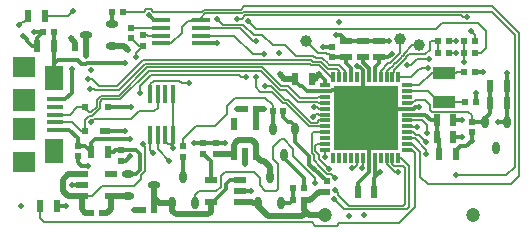
<source format=gbl>
G04 ================== begin FILE IDENTIFICATION RECORD ==================*
G04 Layout Name:  transponderRC2_4-10.brd*
G04 Film Name:    4_BOTTOM*
G04 File Format:  Gerber RS274X*
G04 File Origin:  Cadence Allegro 17.2-S042*
G04 Origin Date:  Fri Nov 23 21:07:11 2018*
G04 *
G04 Layer:  VIA CLASS/BOTTOM*
G04 Layer:  PIN/BOTTOM*
G04 Layer:  ETCH/BOTTOM*
G04 *
G04 Offset:    (0.0000 0.0000)*
G04 Mirror:    No*
G04 Mode:      Positive*
G04 Rotation:  0*
G04 FullContactRelief:  No*
G04 UndefLineWidth:     0.1500*
G04 ================== end FILE IDENTIFICATION RECORD ====================*
%FSAX55Y55*MOMM*%
%IR0*IPPOS*OFA0.00000B0.00000*MIA0B0*SFA1.00000B1.00000*%
%ADD23O,.6X1.1*%
%ADD18O,1.1X.6*%
%ADD31R,1.X.6*%
%ADD10R,.6X1.*%
%ADD17R,1.35X.4*%
%ADD21R,.3X1.55*%
%ADD24C,.1*%
%ADD22R,1.55X.3*%
%ADD11C,.5*%
%ADD14R,.6X.6*%
%ADD16R,1.0922X.6096*%
%ADD25R,.6096X1.0922*%
%ADD15R,1.6X2.1*%
%ADD32R,1.9X1.1*%
%ADD28C,1.*%
%ADD26C,1.2*%
%ADD20R,.5X.6*%
%ADD30R,5.4X5.4*%
%ADD12R,1.9X1.8*%
%ADD13R,1.9X1.9*%
%ADD29R,.3X.85*%
%ADD19R,.9X.6*%
%ADD27R,.85X.3*%
%ADD33C,.3*%
%ADD34C,.15*%
G75*
%LPD*%
G75*
G54D10*
X0000290000Y0000230000D03*
X0000265000Y0001580000D03*
X0000185000Y0001835000D03*
X0000325000Y0001835000D03*
X0000430000Y0000230000D03*
X0000405000Y0001580000D03*
X0000720000Y0000685000D03*
X0000860000Y0000685000D03*
X0002445000Y0001305000D03*
X0002585000Y0001305000D03*
X0002975000Y0000345000D03*
X0003115000Y0000345000D03*
X0003645000Y0000950000D03*
X0003645000Y0000810000D03*
X0003665000Y0000670000D03*
X0003785000Y0000950000D03*
X0003785000Y0000810000D03*
X0003805000Y0000670000D03*
X0004240000Y0001100000D03*
X0004100000Y0001100000D03*
X0004240000Y0001245000D03*
X0004100000Y0001245000D03*
G54D20*
X0000670000Y0000860000D03*
X0000670000Y0001060000D03*
X0000860000Y0001060000D03*
G54D11*
G01X0000720000Y0000170000D02*
X0000670000Y0000170000D01*
X0000640000Y0000200000D01*
X0000640000Y0000310000D01*
G01X0000525000Y0000495000D02*
X0000527960Y0000497960D01*
X0000640000Y0000497960D01*
G01X0000525000Y0000495000D02*
X0000480000Y0000450000D01*
X0000480000Y0000350000D01*
X0000520000Y0000310000D01*
X0000640000Y0000310000D01*
G01X0000585000Y0001560000D02*
X0000585000Y0001610000D01*
X0000550000Y0001645000D01*
G01X0000810000Y0000170000D02*
X0000855000Y0000170000D01*
X0000885000Y0000200000D01*
X0000885000Y0000306080D01*
X0000888920Y0000310000D01*
G01X0001030000Y0000310000D02*
X0000888920Y0000310000D01*
G01X0000895000Y0001580000D02*
X0001000000Y0001580000D01*
X0001030000Y0001550000D01*
G01X0000675000Y0001675000D02*
X0000675000Y0001560000D01*
G01X0000675000Y0001560000D02*
X0000675000Y0001495000D01*
G01X0001160000Y0000195000D02*
X0001085000Y0000195000D01*
G01X0001405000Y0000255000D02*
X0001295000Y0000255000D01*
X0001250000Y0000300000D01*
G01X0001250000Y0000300000D02*
X0001250000Y0000195000D01*
G01X0001250000Y0000300000D02*
X0001250000Y0000405000D01*
G01X0001731080Y0000257040D02*
X0001731080Y0000211560D01*
X0001731220Y0000211420D01*
X0001731220Y0000176220D01*
X0001710000Y0000155000D01*
X0001435000Y0000155000D01*
X0001405000Y0000185000D01*
X0001405000Y0000255000D01*
G01X0001980000Y0000257040D02*
X0002082960Y0000257040D01*
X0002090000Y0000250000D01*
X0002135000Y0000250000D01*
G01X0002021020Y0000670000D02*
X0002021020Y0000581020D01*
G01X0001775000Y0000670000D02*
X0001927040Y0000670000D01*
G01X0002115000Y0000670000D02*
X0002115000Y0000750000D01*
X0002080000Y0000785000D01*
X0002008060Y0000785000D01*
G01X0002008060Y0000785000D02*
X0001965000Y0000785000D01*
X0001935000Y0000755000D01*
X0001935000Y0000747570D01*
X0001927040Y0000739610D01*
X0001927040Y0000670000D01*
G01X0002025000Y0001050000D02*
X0001950000Y0001050000D01*
G01X0002535000Y0000175000D02*
X0002505000Y0000145000D01*
X0002215000Y0000145000D01*
X0002135000Y0000225000D01*
X0002135000Y0000250000D01*
G01X0002230000Y0000470000D02*
X0002230000Y0000555000D01*
X0002180220Y0000604780D01*
X0002156090Y0000604780D01*
X0002115000Y0000645870D01*
X0002115000Y0000670000D01*
G01X0002115000Y0000918920D02*
X0002115000Y0001050000D01*
G01X0002445000Y0001305000D02*
X0002355000Y0001305000D01*
X0002320000Y0001340000D01*
G01X0002115000Y0001050000D02*
X0002185000Y0001050000D01*
G01X0002715000Y0000345000D02*
X0002645000Y0000345000D01*
X0002575000Y0000275000D01*
X0002520000Y0000275000D01*
G01X0002520000Y0000275000D02*
X0002520000Y0000190000D01*
X0002535000Y0000175000D01*
G01X0002535000Y0000175000D02*
X0002560000Y0000150000D01*
X0002700000Y0000150000D01*
G01X0002585000Y0001305000D02*
X0002612990Y0001305000D01*
X0002650220Y0001342230D01*
X0000125000Y0000230000D03*
X0000235000Y0001700000D03*
X0000145000Y0001667500D03*
X0000110000Y0001755000D03*
X0000510000Y0000230000D03*
X0000553980Y0000403980D03*
X0000525000Y0000495000D03*
X0000555000Y0001382500D03*
X0000550000Y0001645000D03*
X0000565000Y0001880000D03*
X0000690000Y0000568440D03*
X0000720000Y0000937500D03*
X0000711770Y0001219810D03*
X0000693950Y0001297810D03*
X0000715000Y0001375000D03*
X0000675000Y0001495000D03*
X0001085000Y0000195000D03*
X0001052500Y0000645000D03*
X0001240000Y0000675000D03*
X0001155000Y0000750000D03*
X0001005000Y0000860000D03*
X0001050000Y0000790000D03*
X0001130000Y0001185000D03*
X0001060000Y0001060000D03*
X0001030000Y0001550000D03*
X0001100000Y0001485000D03*
X0001005000Y0001435000D03*
X0001205000Y0001845000D03*
X0001380000Y0000610000D03*
X0001590000Y0000760000D03*
X0001412500Y0000717500D03*
X0001545000Y0001265000D03*
X0002021020Y0000581020D03*
X0001852500Y0000760000D03*
X0002008060Y0000788060D03*
X0001950000Y0001050000D03*
X0001782500Y0001602500D03*
X0001950000Y0001810000D03*
X0001785000Y0001810000D03*
X0002076020Y0000351020D03*
X0002185000Y0001050000D03*
X0002195000Y0001245000D03*
X0002320000Y0001340000D03*
X0002310000Y0001525000D03*
X0002030000Y0001317500D03*
X0002115000Y0001315000D03*
X0002115000Y0001620000D03*
X0002180000Y0001510000D03*
X0002045000Y0001795000D03*
X0002610000Y0000540000D03*
X0002615000Y0000420000D03*
X0002700000Y0000640000D03*
X0002600000Y0000980000D03*
X0002605700Y0001059800D03*
X0002650220Y0001342230D03*
X0002680000Y0001575000D03*
X0003032000Y0000150000D03*
X0002902500Y0000145000D03*
X0002777890Y0000281570D03*
X0002736090Y0000541090D03*
X0002786470Y0000361110D03*
X0002785680Y0000458710D03*
X0003010000Y0000545000D03*
X0002925000Y0000547500D03*
X0002805000Y0000735000D03*
X0002810000Y0001210000D03*
X0002974230Y0001409490D03*
X0002795000Y0001670000D03*
X0002815000Y0001785000D03*
X0003167500Y0000517500D03*
X0003321340Y0000517500D03*
X0003275000Y0000745000D03*
X0003275000Y0001205000D03*
X0003245000Y0001625000D03*
X0003265000Y0001515000D03*
X0003392500Y0001420000D03*
X0003476410Y0000898590D03*
X0003558630Y0000767780D03*
X0003555000Y0000670000D03*
X0003563530Y0000847640D03*
X0003491500Y0001060000D03*
X0003580000Y0001470000D03*
X0003568850Y0001390780D03*
X0003805000Y0000485000D03*
X0003855000Y0000950000D03*
X0003860000Y0000810000D03*
X0003940000Y0000775000D03*
X0003975000Y0001180000D03*
X0004040000Y0001360000D03*
X0003810000Y0001625000D03*
X0003810000Y0001525000D03*
X0003880000Y0001445000D03*
X0003935000Y0001710000D03*
X0003900000Y0001825000D03*
X0004160000Y0000940000D03*
X0004240000Y0001350000D03*
G54D12*
X0000150000Y0000600000D03*
X0000150000Y0001400000D03*
G54D30*
X0003045000Y0000975000D03*
G54D21*
X0001217500Y0000830000D03*
X0001282500Y0000830000D03*
X0001282500Y0001170000D03*
X0001217500Y0001170000D03*
X0001347500Y0000830000D03*
X0001412500Y0000830000D03*
X0001412500Y0001170000D03*
X0001347500Y0001170000D03*
G54D13*
X0000150000Y0000880000D03*
X0000150000Y0001120000D03*
G54D22*
X0001310000Y0001602500D03*
X0001310000Y0001797500D03*
X0001310000Y0001732500D03*
X0001310000Y0001667500D03*
X0001650000Y0001602500D03*
X0001650000Y0001667500D03*
X0001650000Y0001732500D03*
X0001650000Y0001797500D03*
G54D31*
X0003020000Y0001625000D03*
X0003020000Y0001485000D03*
X0002880000Y0001625000D03*
X0002880000Y0001485000D03*
X0003160000Y0001625000D03*
X0003160000Y0001485000D03*
G54D32*
X0003705000Y0001105000D03*
X0003705000Y0001355000D03*
G54D14*
X0000315000Y0001700000D03*
X0000605000Y0000645000D03*
X0000605000Y0000735000D03*
X0000585000Y0001560000D03*
X0000405000Y0001700000D03*
X0000720000Y0000170000D03*
X0000810000Y0000170000D03*
X0000970000Y0000610000D03*
X0000970000Y0000700000D03*
X0000675000Y0001560000D03*
X0000895000Y0001870000D03*
X0000985000Y0001870000D03*
X0001160000Y0000195000D03*
X0001250000Y0000195000D03*
X0001060000Y0001645000D03*
X0001160000Y0001580000D03*
X0001060000Y0001735000D03*
X0001160000Y0001670000D03*
X0001500000Y0000640000D03*
X0001670000Y0000760000D03*
X0001670000Y0000670000D03*
X0001500000Y0000730000D03*
X0001775000Y0000760000D03*
X0001775000Y0000670000D03*
X0002025000Y0001050000D03*
X0002255000Y0001030000D03*
X0002345000Y0001030000D03*
X0002115000Y0001050000D03*
X0002430000Y0000275000D03*
X0002520000Y0000275000D03*
X0002715000Y0000435000D03*
X0002715000Y0000345000D03*
X0002430000Y0000380000D03*
X0002520000Y0000380000D03*
X0002760000Y0001485000D03*
X0002760000Y0001575000D03*
X0003745000Y0001525000D03*
X0003655000Y0001525000D03*
X0003655000Y0001625000D03*
X0003745000Y0001625000D03*
X0003940000Y0000940000D03*
X0003940000Y0000850000D03*
X0003885000Y0001105000D03*
X0003975000Y0001105000D03*
X0003880000Y0001360000D03*
X0003970000Y0001360000D03*
X0003970000Y0001525000D03*
X0003880000Y0001525000D03*
X0003880000Y0001625000D03*
X0003970000Y0001625000D03*
G54D23*
X0001595000Y0000255000D03*
X0001405000Y0000255000D03*
X0001500000Y0000475000D03*
X0002325000Y0000250000D03*
X0002135000Y0000250000D03*
X0002230000Y0000470000D03*
X0002350000Y0000660000D03*
X0002255000Y0000880000D03*
X0002445000Y0000880000D03*
X0004050000Y0000940000D03*
X0004240000Y0000940000D03*
X0004145000Y0000720000D03*
G54D33*
G01X0000265000Y0001580000D02*
X0000220000Y0001580000D01*
X0000173290Y0001626710D01*
X0000173290Y0001639210D01*
X0000145000Y0001667500D01*
G01X0000265000Y0001580000D02*
X0000265000Y0001650000D01*
X0000315000Y0001700000D01*
G01X0000315000Y0001700000D02*
X0000235000Y0001700000D01*
G01X0000510000Y0000230000D02*
X0000430000Y0000230000D01*
G01X0000640000Y0000403980D02*
X0000553980Y0000403980D01*
G01X0000605000Y0000645000D02*
X0000605000Y0000600000D01*
X0000636560Y0000568440D01*
X0000690000Y0000568440D01*
G01X0000605000Y0000735000D02*
X0000605000Y0000800000D01*
X0000535000Y0000870000D01*
X0000417500Y0000870000D01*
G01X0000605000Y0000735000D02*
X0000670000Y0000735000D01*
X0000720000Y0000685000D01*
G01X0000555000Y0001382500D02*
X0000555000Y0001185000D01*
X0000500000Y0001130000D01*
X0000417500Y0001130000D01*
G01X0000405000Y0001580000D02*
X0000405000Y0001430000D01*
G01X0000405000Y0001700000D02*
X0000405000Y0001580000D01*
G01X0000405000Y0001310000D02*
X0000405000Y0001430000D01*
G01X0001005000Y0001435000D02*
X0000685000Y0001435000D01*
X0000678710Y0001428710D01*
X0000636290Y0001428710D01*
X0000605000Y0001460000D01*
X0000435000Y0001460000D01*
X0000405000Y0001430000D01*
G01X0000970000Y0000610000D02*
X0001017500Y0000610000D01*
X0001052500Y0000645000D01*
G01X0000860000Y0000685000D02*
X0000910000Y0000685000D01*
X0000925000Y0000700000D01*
X0000970000Y0000700000D01*
G01X0000970000Y0000700000D02*
X0001100000Y0000700000D01*
X0001130000Y0000670000D01*
X0001130000Y0000530000D01*
X0001100000Y0000500000D01*
X0001030000Y0000500000D01*
G01X0000840000Y0000860000D02*
X0001005000Y0000860000D01*
G01X0001050000Y0000790000D02*
X0000750000Y0000790000D01*
X0000720000Y0000760000D01*
X0000720000Y0000685000D01*
G01X0000860000Y0001060000D02*
X0001060000Y0001060000D01*
G01X0000895000Y0001770000D02*
X0000895000Y0001870000D01*
G01X0001310000Y0001797500D02*
X0001252500Y0001797500D01*
X0001205000Y0001845000D01*
G01X0001315000Y0001797500D02*
X0001310000Y0001797500D01*
G01X0001500000Y0000640000D02*
X0001500000Y0000475000D01*
G01X0001670000Y0000760000D02*
X0001590000Y0000760000D01*
G01X0001670000Y0000760000D02*
X0001775000Y0000760000D01*
G01X0001670000Y0000670000D02*
X0001731080Y0000608920D01*
X0001731080Y0000445000D01*
G01X0001650000Y0001602500D02*
X0001782500Y0001602500D01*
G01X0001980000Y0000445000D02*
X0001895000Y0000445000D01*
X0001865000Y0000415000D01*
X0001865000Y0000366830D01*
X0001755210Y0000257040D01*
X0001731080Y0000257040D01*
G01X0001980000Y0000351020D02*
X0002076020Y0000351020D01*
G01X0001775000Y0000760000D02*
X0001852500Y0000760000D01*
G01X0002325000Y0000250000D02*
X0002405000Y0000250000D01*
X0002430000Y0000275000D01*
G01X0002255000Y0001030000D02*
X0002255000Y0000880000D01*
G01X0002520000Y0000380000D02*
X0002520000Y0000465000D01*
X0002350000Y0000635000D01*
X0002350000Y0000660000D01*
G01X0002345000Y0001030000D02*
X0002345000Y0000980000D01*
X0002388180Y0000936820D01*
X0002413180Y0000936820D01*
X0002445000Y0000905000D01*
X0002445000Y0000880000D01*
G01X0002430000Y0000275000D02*
X0002430000Y0000380000D01*
G01X0002715000Y0000435000D02*
X0002610000Y0000540000D01*
G01X0002610000Y0000540000D02*
X0002605000Y0000545000D01*
X0002595010Y0000545000D01*
X0002565000Y0000575010D01*
X0002565000Y0000645000D01*
X0002445000Y0000765000D01*
X0002445000Y0000880000D01*
G01X0002700000Y0001200000D02*
X0002550000Y0001200000D01*
X0002505610Y0001244390D01*
X0002485610Y0001244390D01*
X0002445000Y0001285000D01*
X0002445000Y0001305000D01*
G01X0002650220Y0001342230D02*
X0002700000Y0001292450D01*
X0002700000Y0001250000D01*
G01X0002760000Y0001575000D02*
X0002680000Y0001575000D01*
G01X0002720000Y0000430000D02*
X0002715000Y0000435000D01*
G01X0002975000Y0000345000D02*
X0002975000Y0000420000D01*
X0003070000Y0000515000D01*
X0003070000Y0000630000D01*
G01X0003390000Y0001050000D02*
X0003120000Y0001050000D01*
X0003045000Y0000975000D01*
G01X0003070000Y0000630000D02*
X0003070000Y0000950000D01*
X0003045000Y0000975000D01*
G01X0002810000Y0001210000D02*
X0002760000Y0001210000D01*
X0002750000Y0001200000D01*
X0002700000Y0001200000D01*
G01X0003020000Y0001145000D02*
X0003020000Y0001320000D01*
G01X0002795000Y0001670000D02*
X0002835000Y0001670000D01*
X0002880000Y0001625000D01*
G01X0003020000Y0001625000D02*
X0002880000Y0001625000D01*
G01X0003020000Y0001625000D02*
X0003160000Y0001625000D01*
G01X0002974230Y0001409490D02*
X0002983720Y0001400000D01*
X0002996360Y0001400000D01*
X0003020000Y0001376360D01*
X0003020000Y0001320000D01*
G01X0003070000Y0001320000D02*
X0003070000Y0001390000D01*
X0003020000Y0001440000D01*
X0003020000Y0001485000D01*
G01X0002920000Y0001320000D02*
X0002920000Y0001395000D01*
X0002880000Y0001435000D01*
X0002880000Y0001485000D01*
G01X0002760000Y0001485000D02*
X0002880000Y0001485000D01*
G01X0003115000Y0000345000D02*
X0003115000Y0000465000D01*
X0003120000Y0000470000D01*
G01X0003120000Y0000470000D02*
X0003120000Y0000630000D01*
G01X0003120000Y0000470000D02*
X0003167500Y0000517500D01*
G01X0003160000Y0001625000D02*
X0003245000Y0001625000D01*
G01X0003120000Y0001320000D02*
X0003120000Y0001400000D01*
X0003160000Y0001440000D01*
X0003160000Y0001485000D01*
G01X0003160000Y0001485000D02*
X0003235000Y0001485000D01*
X0003265000Y0001515000D01*
G01X0003645000Y0000810000D02*
X0003645000Y0000950000D01*
G01X0003665000Y0000670000D02*
X0003665000Y0000790000D01*
X0003645000Y0000810000D01*
G01X0003390000Y0001000000D02*
X0003550000Y0001000000D01*
X0003600000Y0000950000D01*
X0003645000Y0000950000D01*
G01X0003390000Y0001050000D02*
X0003449000Y0001050000D01*
X0003459000Y0001060000D01*
X0003491500Y0001060000D01*
G01X0003785000Y0000950000D02*
X0003855000Y0000950000D01*
G01X0003785000Y0000810000D02*
X0003860000Y0000810000D01*
G01X0003940000Y0000850000D02*
X0003940000Y0000775000D01*
G01X0003805000Y0000670000D02*
X0003805000Y0000690000D01*
X0003845610Y0000730610D01*
X0003895610Y0000730610D01*
X0003940000Y0000775000D01*
G01X0004100000Y0001100000D02*
X0004100000Y0001015000D01*
X0004050000Y0000965000D01*
X0004050000Y0000940000D01*
G01X0003940000Y0000940000D02*
X0004050000Y0000940000D01*
G01X0003975000Y0001105000D02*
X0003975000Y0001180000D01*
G01X0003970000Y0001360000D02*
X0004040000Y0001360000D01*
G01X0004240000Y0000940000D02*
X0004240000Y0001100000D01*
G01X0004240000Y0000940000D02*
X0004160000Y0000940000D01*
G01X0004240000Y0001245000D02*
X0004240000Y0001100000D01*
G01X0004240000Y0001245000D02*
X0004240000Y0001350000D01*
G01X0004100000Y0001100000D02*
X0004100000Y0001245000D01*
G54D15*
X0000405000Y0000690000D03*
X0000405000Y0001310000D03*
G54D24*
X0001680000Y0001080000D03*
G54D34*
G01X0000290000Y0000230000D02*
X0000290000Y0000120000D01*
X0000320000Y0000090000D01*
X0002585000Y0000090000D01*
X0002615000Y0000060000D01*
X0002800000Y0000060000D01*
X0002820000Y0000080000D01*
X0003330000Y0000080000D01*
X0003465000Y0000215000D01*
X0003465000Y0000675000D01*
X0003440000Y0000700000D01*
X0003390000Y0000700000D01*
G01X0000110000Y0001755000D02*
X0000134690Y0001779690D01*
X0000149690Y0001779690D01*
X0000185000Y0001815000D01*
X0000185000Y0001835000D01*
G01X0000670000Y0000860000D02*
X0000635000Y0000860000D01*
X0000560000Y0000935000D01*
X0000417500Y0000935000D01*
G01X0000670000Y0001060000D02*
X0000602500Y0001060000D01*
X0000542500Y0001000000D01*
X0000417500Y0001000000D01*
G01X0000565000Y0001880000D02*
X0000520000Y0001835000D01*
X0000325000Y0001835000D01*
G01X0001155000Y0000750000D02*
X0001177990Y0000727010D01*
X0001177990Y0000524950D01*
X0001145000Y0000491960D01*
X0001145000Y0000455000D01*
X0001085000Y0000395000D01*
X0000810000Y0000395000D01*
X0000725000Y0000310000D01*
X0000640000Y0000310000D01*
G01X0002700000Y0001100000D02*
X0002645000Y0001100000D01*
X0002635000Y0001110000D01*
X0002472570Y0001110000D01*
X0002372570Y0001210000D01*
X0002317570Y0001210000D01*
X0002157570Y0001370000D01*
X0001207430Y0001370000D01*
X0000967430Y0001130000D01*
X0000815000Y0001130000D01*
X0000795000Y0001110000D01*
X0000795000Y0001055000D01*
X0000730000Y0000990000D01*
X0000705320Y0000990000D01*
X0000670000Y0000954680D01*
X0000670000Y0000860000D01*
G01X0000720000Y0000937500D02*
X0000742990Y0000960490D01*
X0001055490Y0000960490D01*
X0001125000Y0001030000D01*
X0001255000Y0001030000D01*
X0001282500Y0001057500D01*
X0001282500Y0001170000D01*
G01X0002700000Y0001150000D02*
X0002645000Y0001150000D01*
X0002635000Y0001140000D01*
X0002485000Y0001140000D01*
X0002385000Y0001240000D01*
X0002330000Y0001240000D01*
X0002170000Y0001400000D01*
X0001195000Y0001400000D01*
X0000955000Y0001160000D01*
X0000802570Y0001160000D01*
X0000765000Y0001122430D01*
X0000765000Y0001067430D01*
X0000717570Y0001020000D01*
X0000699990Y0001020000D01*
X0000670000Y0001049990D01*
X0000670000Y0001060000D01*
G01X0000711770Y0001219810D02*
X0000744270Y0001219810D01*
X0000754080Y0001210000D01*
X0000952430Y0001210000D01*
X0001172430Y0001430000D01*
X0002569530Y0001430000D01*
X0002582030Y0001417500D01*
X0002650000Y0001417500D01*
X0002747500Y0001320000D01*
X0002770000Y0001320000D01*
G01X0000693950Y0001297810D02*
X0000726450Y0001297810D01*
X0000784260Y0001240000D01*
X0000940000Y0001240000D01*
X0001160000Y0001460000D01*
X0002581960Y0001460000D01*
X0002594460Y0001447500D01*
X0002662430Y0001447500D01*
X0002724930Y0001385000D01*
X0002805000Y0001385000D01*
X0002820000Y0001370000D01*
X0002820000Y0001320000D01*
G01X0001217500Y0000830000D02*
X0001217500Y0000697500D01*
X0001240000Y0000675000D01*
G01X0001282500Y0000830000D02*
X0001282500Y0000707500D01*
X0001380000Y0000610000D01*
G01X0002030000Y0001317500D02*
X0001997500Y0001317500D01*
X0001995000Y0001320000D01*
X0001990000Y0001320000D01*
X0001975000Y0001335000D01*
X0001222430Y0001335000D01*
X0001130000Y0001242570D01*
X0001130000Y0001185000D01*
G01X0001217500Y0001170000D02*
X0001217500Y0001255000D01*
X0001247500Y0001285000D01*
X0001465000Y0001285000D01*
X0001485000Y0001265000D01*
X0001545000Y0001265000D01*
G01X0001650000Y0001797500D02*
X0001565000Y0001797500D01*
X0001562500Y0001795000D01*
X0001540000Y0001795000D01*
X0001485000Y0001740000D01*
X0001485000Y0001692500D01*
X0001395000Y0001602500D01*
X0001310000Y0001602500D01*
G01X0001160000Y0001580000D02*
X0001125000Y0001580000D01*
X0001060000Y0001645000D01*
G01X0001160000Y0001580000D02*
X0001100000Y0001520000D01*
X0001100000Y0001485000D01*
G01X0003390000Y0000750000D02*
X0003435000Y0000750000D01*
X0003505000Y0000680000D01*
X0003505000Y0000475000D01*
X0003570000Y0000410000D01*
X0004270000Y0000410000D01*
X0004340000Y0000480000D01*
X0004340000Y0001690000D01*
X0004280000Y0001750000D01*
X0004280000Y0001752430D01*
X0004117430Y0001915000D01*
X0002012960Y0001915000D01*
X0001985460Y0001887500D01*
X0001675070Y0001887500D01*
X0001657570Y0001870000D01*
X0001247180Y0001870000D01*
X0001224680Y0001892500D01*
X0001185320Y0001892500D01*
X0001162820Y0001870000D01*
X0000985000Y0001870000D01*
G01X0001315000Y0001667500D02*
X0001310000Y0001667500D01*
G01X0001310000Y0001667500D02*
X0001200000Y0001667500D01*
X0001197500Y0001670000D01*
X0001160000Y0001670000D01*
G01X0001315000Y0001732500D02*
X0001310000Y0001732500D01*
G01X0001310000Y0001732500D02*
X0001100000Y0001732500D01*
X0001097500Y0001735000D01*
X0001060000Y0001735000D01*
G01X0001595000Y0000255000D02*
X0001595000Y0000317500D01*
X0001632500Y0000355000D01*
X0001780000Y0000355000D01*
X0001815000Y0000390000D01*
X0001815000Y0000480000D01*
X0001850000Y0000515000D01*
X0002095000Y0000515000D01*
X0002145000Y0000465000D01*
X0002145000Y0000402500D01*
X0002192500Y0000355000D01*
X0002282500Y0000355000D01*
X0002297500Y0000370000D01*
X0002297500Y0000582500D01*
X0002260000Y0000620000D01*
X0002260000Y0000725000D01*
X0002325000Y0000790000D01*
X0002350000Y0000790000D01*
X0002430000Y0000710000D01*
X0002430000Y0000645000D01*
X0002615000Y0000460000D01*
X0002615000Y0000420000D01*
G01X0001412500Y0000830000D02*
X0001412500Y0000717500D01*
G01X0001347500Y0000830000D02*
X0001347500Y0000767500D01*
X0001367810Y0000747190D01*
X0001382810Y0000747190D01*
X0001412500Y0000717500D01*
G01X0001412500Y0000830000D02*
X0001412500Y0001170000D01*
G01X0001500000Y0000730000D02*
X0001500000Y0000792500D01*
X0001607500Y0000900000D01*
X0001765010Y0000900000D01*
X0001870000Y0001004990D01*
X0001870000Y0001070000D01*
X0001940000Y0001140000D01*
X0002195000Y0001140000D01*
X0002255000Y0001080000D01*
X0002255000Y0001030000D01*
G01X0003805000Y0000485000D02*
X0004235000Y0000485000D01*
X0004310000Y0000560000D01*
X0004310000Y0001677570D01*
X0004115070Y0001872500D01*
X0002012890Y0001872500D01*
X0001997890Y0001857500D01*
X0001687500Y0001857500D01*
X0001650000Y0001820000D01*
X0001650000Y0001797500D01*
G01X0001650000Y0001732500D02*
X0001977500Y0001732500D01*
X0002090000Y0001620000D01*
X0002115000Y0001620000D01*
G01X0001650000Y0001667500D02*
X0001932500Y0001667500D01*
X0002090000Y0001510000D01*
X0002180000Y0001510000D01*
G01X0003900000Y0001825000D02*
X0003867500Y0001825000D01*
X0003850000Y0001842500D01*
X0002025320Y0001842500D01*
X0001992820Y0001810000D01*
X0001950000Y0001810000D01*
G01X0001785000Y0001810000D02*
X0001832500Y0001762500D01*
X0002007500Y0001762500D01*
X0002095000Y0001675000D01*
X0002170000Y0001675000D01*
X0002255000Y0001590000D01*
X0002360000Y0001590000D01*
X0002450000Y0001500000D01*
X0002600000Y0001500000D01*
X0002622500Y0001477500D01*
X0002674860Y0001477500D01*
X0002682360Y0001470000D01*
X0002683180Y0001470000D01*
X0002720680Y0001432500D01*
X0002722500Y0001432500D01*
X0002735000Y0001420000D01*
X0002820000Y0001420000D01*
X0002870000Y0001370000D01*
X0002870000Y0001320000D01*
G01X0002008060Y0000785000D02*
X0002008060Y0000788060D01*
G01X0002115000Y0001315000D02*
X0002115000Y0001230000D01*
X0002150000Y0001195000D01*
X0002247570Y0001195000D01*
X0002347570Y0001095000D01*
X0002372570Y0001095000D01*
X0002567570Y0000900000D01*
X0002700000Y0000900000D01*
G01X0002195000Y0001245000D02*
X0002240000Y0001245000D01*
X0002360000Y0001125000D01*
X0002385000Y0001125000D01*
X0002580000Y0000930000D01*
X0002630000Y0000930000D01*
X0002650000Y0000950000D01*
X0002700000Y0000950000D01*
G01X0003970000Y0001525000D02*
X0004020000Y0001525000D01*
X0004060000Y0001565000D01*
X0004060000Y0001710000D01*
X0003995000Y0001775000D01*
X0003690000Y0001775000D01*
X0003640000Y0001725000D01*
X0002115000Y0001725000D01*
X0002045000Y0001795000D01*
G01X0002736090Y0000541090D02*
X0002684680Y0000592500D01*
X0002680320Y0000592500D01*
X0002652500Y0000620320D01*
X0002652500Y0000624680D01*
X0002645000Y0000632180D01*
X0002645000Y0000660000D01*
X0002632500Y0000672500D01*
X0002632500Y0000672970D01*
X0002615110Y0000690360D01*
X0002615110Y0000735000D01*
X0002630110Y0000750000D01*
X0002700000Y0000750000D01*
G01X0002785680Y0000458710D02*
X0002751400Y0000492990D01*
X0002717010Y0000492990D01*
X0002657500Y0000552500D01*
X0002657500Y0000559680D01*
X0002602500Y0000614680D01*
X0002602500Y0000660540D01*
X0002585110Y0000677930D01*
X0002585110Y0000747430D01*
X0002586220Y0000748540D01*
X0002586220Y0000835000D01*
X0002601220Y0000850000D01*
X0002700000Y0000850000D01*
G01X0002600000Y0000980000D02*
X0002622990Y0001002990D01*
X0002647010Y0001002990D01*
X0002650000Y0001000000D01*
X0002700000Y0001000000D01*
G01X0002605700Y0001059800D02*
X0002638200Y0001059800D01*
X0002643490Y0001054510D01*
X0002645490Y0001054510D01*
X0002650000Y0001050000D01*
X0002700000Y0001050000D01*
G01X0002760000Y0001485000D02*
X0002730000Y0001515000D01*
X0002717570Y0001515000D01*
X0002712570Y0001520000D01*
X0002640000Y0001520000D01*
X0002540000Y0001620000D01*
G01X0002786470Y0000361110D02*
X0002809460Y0000338120D01*
X0002809460Y0000320540D01*
X0002900500Y0000229500D01*
X0003360000Y0000229500D01*
X0003375000Y0000244500D01*
X0003375000Y0000550000D01*
X0003360000Y0000565000D01*
X0003285000Y0000565000D01*
X0003270000Y0000580000D01*
X0003270000Y0000630000D01*
G01X0002777890Y0000281570D02*
X0002859960Y0000199500D01*
X0003389500Y0000199500D01*
X0003410000Y0000220000D01*
X0003410000Y0000562500D01*
X0003342500Y0000630000D01*
X0003320000Y0000630000D01*
G01X0003020000Y0000630000D02*
X0003020000Y0000555000D01*
X0003010000Y0000545000D01*
G01X0002970000Y0000630000D02*
X0002970000Y0000572180D01*
X0002952820Y0000555000D01*
X0002932500Y0000555000D01*
X0002925000Y0000547500D01*
G01X0002700000Y0000640000D02*
X0002700000Y0000700000D01*
G01X0003321340Y0000517500D02*
X0003288840Y0000517500D01*
X0003288230Y0000518110D01*
X0003281890Y0000518110D01*
X0003220000Y0000580000D01*
X0003220000Y0000630000D01*
G01X0003655000Y0001625000D02*
X0003595000Y0001625000D01*
X0003585000Y0001615000D01*
X0003585000Y0001550000D01*
X0003550000Y0001515000D01*
X0003527540Y0001515000D01*
X0003525040Y0001512500D01*
X0003407500Y0001512500D01*
X0003395000Y0001500000D01*
X0003395000Y0001495140D01*
X0003372500Y0001472640D01*
X0003372500Y0001470460D01*
X0003282500Y0001380460D01*
X0003282500Y0001362500D01*
X0003270000Y0001350000D01*
X0003270000Y0001320000D01*
G01X0003495000Y0001585000D02*
X0003435000Y0001585000D01*
X0003365000Y0001515000D01*
X0003365000Y0001507570D01*
X0003342500Y0001485070D01*
X0003342500Y0001482890D01*
X0003297110Y0001437500D01*
X0003294930Y0001437500D01*
X0003262430Y0001405000D01*
X0003255000Y0001405000D01*
X0003220000Y0001370000D01*
X0003220000Y0001320000D01*
G01X0003170000Y0001320000D02*
X0003170000Y0001370000D01*
X0003235000Y0001435000D01*
X0003250000Y0001435000D01*
X0003282500Y0001467500D01*
X0003284680Y0001467500D01*
X0003312500Y0001495320D01*
X0003312500Y0001497500D01*
X0003335000Y0001520000D01*
X0003335000Y0001640000D01*
G01X0003568850Y0001390780D02*
X0003536350Y0001390780D01*
X0003535880Y0001390310D01*
X0003515710Y0001390310D01*
X0003510400Y0001385000D01*
X0003495000Y0001385000D01*
X0003430000Y0001320000D01*
X0003320000Y0001320000D01*
G01X0003390000Y0000900000D02*
X0003442500Y0000900000D01*
X0003443910Y0000898590D01*
X0003476410Y0000898590D01*
G01X0003558630Y0000767780D02*
X0003496410Y0000830000D01*
X0003467570Y0000830000D01*
X0003447570Y0000850000D01*
X0003390000Y0000850000D01*
G01X0003555000Y0000670000D02*
X0003555000Y0000702500D01*
X0003457500Y0000800000D01*
X0003390000Y0000800000D01*
G01X0003563530Y0000847640D02*
X0003563530Y0000910000D01*
X0003523530Y0000950000D01*
X0003390000Y0000950000D01*
G01X0003390000Y0001100000D02*
X0003440000Y0001100000D01*
X0003465680Y0001125680D01*
X0003544320Y0001125680D01*
X0003587500Y0001082500D01*
X0003587500Y0001040680D01*
X0003605680Y0001022500D01*
X0003912500Y0001022500D01*
X0003940000Y0000995000D01*
X0003940000Y0000940000D01*
G01X0003390000Y0001200000D02*
X0003570000Y0001200000D01*
X0003665000Y0001105000D01*
X0003705000Y0001105000D01*
G01X0003705000Y0001105000D02*
X0003885000Y0001105000D01*
G01X0003390000Y0001250000D02*
X0003497500Y0001250000D01*
X0003602500Y0001355000D01*
X0003705000Y0001355000D01*
G01X0003655000Y0001525000D02*
X0003655000Y0001625000D01*
G01X0003880000Y0001360000D02*
X0003812500Y0001360000D01*
X0003807500Y0001355000D01*
X0003705000Y0001355000D01*
G01X0003580000Y0001470000D02*
X0003475000Y0001470000D01*
X0003425000Y0001420000D01*
X0003392500Y0001420000D01*
G01X0003970000Y0001625000D02*
X0003970000Y0001675000D01*
X0003935000Y0001710000D01*
G01X0003810000Y0001625000D02*
X0003745000Y0001625000D01*
G01X0003810000Y0001525000D02*
X0003745000Y0001525000D01*
G01X0003880000Y0001525000D02*
X0003880000Y0001625000D01*
G01X0003880000Y0001525000D02*
X0003880000Y0001445000D01*
G54D25*
X0002021020Y0000670000D03*
X0001927040Y0000670000D03*
X0001927040Y0000918920D03*
X0002115000Y0000670000D03*
X0002115000Y0000918920D03*
G54D16*
X0000640000Y0000310000D03*
X0000640000Y0000403980D03*
X0000640000Y0000497960D03*
X0000888920Y0000497960D03*
X0000888920Y0000310000D03*
X0001980000Y0000257040D03*
X0001731080Y0000257040D03*
X0001980000Y0000445000D03*
X0001980000Y0000351020D03*
X0001731080Y0000445000D03*
G54D26*
X0002700000Y0000150000D03*
X0003955000Y0000150000D03*
G54D17*
X0000417500Y0000870000D03*
X0000417500Y0000935000D03*
X0000417500Y0001130000D03*
X0000417500Y0001065000D03*
X0000417500Y0001000000D03*
G54D27*
X0002700000Y0000950000D03*
X0002700000Y0000900000D03*
X0002700000Y0000850000D03*
X0002700000Y0000800000D03*
X0002700000Y0000750000D03*
X0002700000Y0000700000D03*
X0002700000Y0001250000D03*
X0002700000Y0001200000D03*
X0002700000Y0001150000D03*
X0002700000Y0001100000D03*
X0002700000Y0001050000D03*
X0002700000Y0001000000D03*
X0003390000Y0000700000D03*
X0003390000Y0000750000D03*
X0003390000Y0000800000D03*
X0003390000Y0000850000D03*
X0003390000Y0000900000D03*
X0003390000Y0000950000D03*
X0003390000Y0001000000D03*
X0003390000Y0001050000D03*
X0003390000Y0001100000D03*
X0003390000Y0001150000D03*
X0003390000Y0001200000D03*
X0003390000Y0001250000D03*
G54D18*
X0000675000Y0001675000D03*
X0001030000Y0000310000D03*
X0001030000Y0000500000D03*
X0000895000Y0001580000D03*
X0000895000Y0001770000D03*
X0001250000Y0000405000D03*
G54D19*
X0000840000Y0000860000D03*
G54D28*
X0002540000Y0001620000D03*
X0003335000Y0001640000D03*
X0003495000Y0001585000D03*
G54D29*
X0002770000Y0000630000D03*
X0002820000Y0000630000D03*
X0002870000Y0000630000D03*
X0002920000Y0000630000D03*
X0002970000Y0000630000D03*
X0003020000Y0000630000D03*
X0003020000Y0001320000D03*
X0002970000Y0001320000D03*
X0002920000Y0001320000D03*
X0002870000Y0001320000D03*
X0002820000Y0001320000D03*
X0002770000Y0001320000D03*
X0003070000Y0000630000D03*
X0003120000Y0000630000D03*
X0003170000Y0000630000D03*
X0003220000Y0000630000D03*
X0003270000Y0000630000D03*
X0003320000Y0000630000D03*
X0003320000Y0001320000D03*
X0003270000Y0001320000D03*
X0003220000Y0001320000D03*
X0003170000Y0001320000D03*
X0003120000Y0001320000D03*
X0003070000Y0001320000D03*
M02*

</source>
